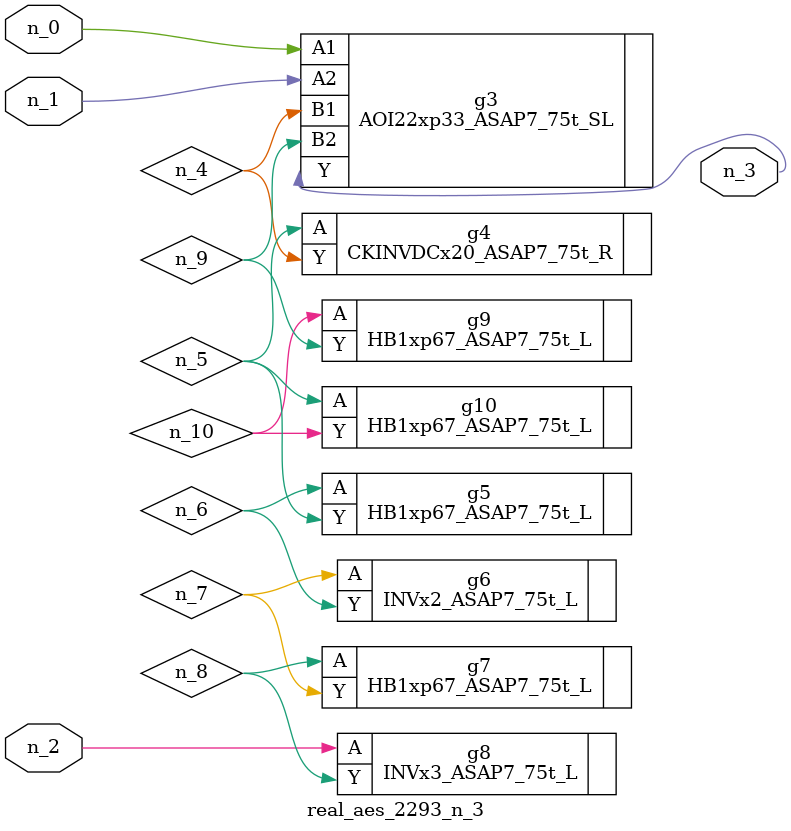
<source format=v>
module real_aes_2293_n_3 (n_0, n_2, n_1, n_3);
input n_0;
input n_2;
input n_1;
output n_3;
wire n_4;
wire n_5;
wire n_7;
wire n_9;
wire n_6;
wire n_8;
wire n_10;
AOI22xp33_ASAP7_75t_SL g3 ( .A1(n_0), .A2(n_1), .B1(n_4), .B2(n_9), .Y(n_3) );
INVx3_ASAP7_75t_L g8 ( .A(n_2), .Y(n_8) );
CKINVDCx20_ASAP7_75t_R g4 ( .A(n_5), .Y(n_4) );
HB1xp67_ASAP7_75t_L g10 ( .A(n_5), .Y(n_10) );
HB1xp67_ASAP7_75t_L g5 ( .A(n_6), .Y(n_5) );
INVx2_ASAP7_75t_L g6 ( .A(n_7), .Y(n_6) );
HB1xp67_ASAP7_75t_L g7 ( .A(n_8), .Y(n_7) );
HB1xp67_ASAP7_75t_L g9 ( .A(n_10), .Y(n_9) );
endmodule
</source>
